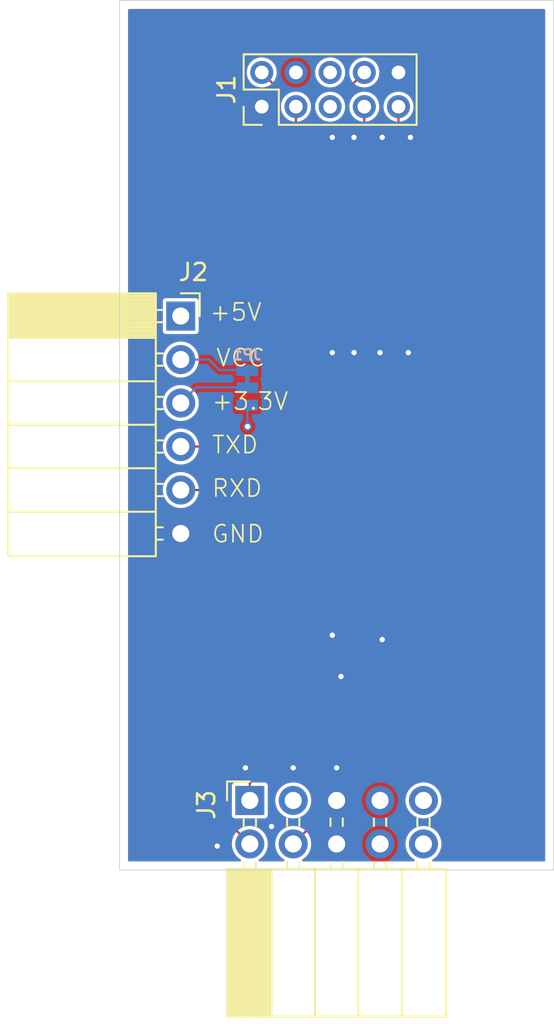
<source format=kicad_pcb>
(kicad_pcb (version 20240108) (generator "pcbnew") (generator_version "8.0")
  (layers (0 "F.Cu" signal) (31 "B.Cu" signal) (34 "B.Paste" user) (35 "F.Paste" user) (36 "B.SilkS" user "B.Silkscreen") (37 "F.SilkS" user "F.Silkscreen") (38 "B.Mask" user) (39 "F.Mask" user) (44 "Edge.Cuts" user))
  (net 0 "")
  (net 1 "/I2C2_SCL{slash}UART3_TX")
  (net 2 "GND")
  (net 3 "/SWDIO")
  (net 4 "/I2C2_SDA{slash}UART3_RX")
  (net 5 "/SWCLK")
  (net 6 "/MCU_SW_+3.3V")
  (net 7 "+3.3V")
  (net 8 "/RST")
  (net 9 "/+U_BATTERY")
  (net 11 "Net-(J2-Pin_2)")
  (net 12 "Net-(J2-Pin_3)")
  (footprint "Connector_PinSocket_2.54mm:PinSocket_1x06_P2.54mm_Horizontal" (layer "F.Cu") (at 79.781 69.24)
    (property "Reference" "J2" (at 0.737 -2.565 0) (layer "F.SilkS"))
    (property "Value" "Conn_01x06")
    (fp_line (start -10.09 -1.33) (end -10.09 14.03) (stroke (width 0.12)) (layer "F.SilkS"))
    (fp_line (start -10.09 -1.33) (end -1.46 -1.33) (stroke (width 0.12)) (layer "F.SilkS"))
    (fp_line (start -10.09 -1.21) (end -1.46 -1.21) (stroke (width 0.12)) (layer "F.SilkS"))
    (fp_line (start -10.09 -1.091905) (end -1.46 -1.091905) (stroke (width 0.12)) (layer "F.SilkS"))
    (fp_line (start -10.09 -0.97381) (end -1.46 -0.97381) (stroke (width 0.12)) (layer "F.SilkS"))
    (fp_line (start -10.09 -0.855715) (end -1.46 -0.855715) (stroke (width 0.12)) (layer "F.SilkS"))
    (fp_line (start -10.09 -0.73762) (end -1.46 -0.73762) (stroke (width 0.12)) (layer "F.SilkS"))
    (fp_line (start -10.09 -0.619525) (end -1.46 -0.619525) (stroke (width 0.12)) (layer "F.SilkS"))
    (fp_line (start -10.09 -0.50143) (end -1.46 -0.50143) (stroke (width 0.12)) (layer "F.SilkS"))
    (fp_line (start -10.09 -0.383335) (end -1.46 -0.383335) (stroke (width 0.12)) (layer "F.SilkS"))
    (fp_line (start -10.09 -0.26524) (end -1.46 -0.26524) (stroke (width 0.12)) (layer "F.SilkS"))
    (fp_line (start -10.09 -0.147145) (end -1.46 -0.147145) (stroke (width 0.12)) (layer "F.SilkS"))
    (fp_line (start -10.09 -0.02905) (end -1.46 -0.02905) (stroke (width 0.12)) (layer "F.SilkS"))
    (fp_line (start -10.09 0.089045) (end -1.46 0.089045) (stroke (width 0.12)) (layer "F.SilkS"))
    (fp_line (start -10.09 0.20714) (end -1.46 0.20714) (stroke (width 0.12)) (layer "F.SilkS"))
    (fp_line (start -10.09 0.325235) (end -1.46 0.325235) (stroke (width 0.12)) (layer "F.SilkS"))
    (fp_line (start -10.09 0.44333) (end -1.46 0.44333) (stroke (width 0.12)) (layer "F.SilkS"))
    (fp_line (start -10.09 0.561425) (end -1.46 0.561425) (stroke (width 0.12)) (layer "F.SilkS"))
    (fp_line (start -10.09 0.67952) (end -1.46 0.67952) (stroke (width 0.12)) (layer "F.SilkS"))
    (fp_line (start -10.09 0.797615) (end -1.46 0.797615) (stroke (width 0.12)) (layer "F.SilkS"))
    (fp_line (start -10.09 0.91571) (end -1.46 0.91571) (stroke (width 0.12)) (layer "F.SilkS"))
    (fp_line (start -10.09 1.033805) (end -1.46 1.033805) (stroke (width 0.12)) (layer "F.SilkS"))
    (fp_line (start -10.09 1.1519) (end -1.46 1.1519) (stroke (width 0.12)) (layer "F.SilkS"))
    (fp_line (start -10.09 1.27) (end -1.46 1.27) (stroke (width 0.12)) (layer "F.SilkS"))
    (fp_line (start -10.09 3.81) (end -1.46 3.81) (stroke (width 0.12)) (layer "F.SilkS"))
    (fp_line (start -10.09 6.35) (end -1.46 6.35) (stroke (width 0.12)) (layer "F.SilkS"))
    (fp_line (start -10.09 8.89) (end -1.46 8.89) (stroke (width 0.12)) (layer "F.SilkS"))
    (fp_line (start -10.09 11.43) (end -1.46 11.43) (stroke (width 0.12)) (layer "F.SilkS"))
    (fp_line (start -10.09 14.03) (end -1.46 14.03) (stroke (width 0.12)) (layer "F.SilkS"))
    (fp_line (start -1.46 -1.33) (end -1.46 14.03) (stroke (width 0.12)) (layer "F.SilkS"))
    (fp_line (start -1.46 -0.36) (end -1.11 -0.36) (stroke (width 0.12)) (layer "F.SilkS"))
    (fp_line (start -1.46 0.36) (end -1.11 0.36) (stroke (width 0.12)) (layer "F.SilkS"))
    (fp_line (start -1.46 2.18) (end -1.05 2.18) (stroke (width 0.12)) (layer "F.SilkS"))
    (fp_line (start -1.46 2.9) (end -1.05 2.9) (stroke (width 0.12)) (layer "F.SilkS"))
    (fp_line (start -1.46 4.72) (end -1.05 4.72) (stroke (width 0.12)) (layer "F.SilkS"))
    (fp_line (start -1.46 5.44) (end -1.05 5.44) (stroke (width 0.12)) (layer "F.SilkS"))
    (fp_line (start -1.46 7.26) (end -1.05 7.26) (stroke (width 0.12)) (layer "F.SilkS"))
    (fp_line (start -1.46 7.98) (end -1.05 7.98) (stroke (width 0.12)) (layer "F.SilkS"))
    (fp_line (start -1.46 9.8) (end -1.05 9.8) (stroke (width 0.12)) (layer "F.SilkS"))
    (fp_line (start -1.46 10.52) (end -1.05 10.52) (stroke (width 0.12)) (layer "F.SilkS"))
    (fp_line (start -1.46 12.34) (end -1.05 12.34) (stroke (width 0.12)) (layer "F.SilkS"))
    (fp_line (start -1.46 13.06) (end -1.05 13.06) (stroke (width 0.12)) (layer "F.SilkS"))
    (fp_line (start 0 -1.33) (end 1.11 -1.33) (stroke (width 0.12)) (layer "F.SilkS"))
    (fp_line (start 1.11 -1.33) (end 1.11 0) (stroke (width 0.12)) (layer "F.SilkS"))
    (pad "1" thru_hole rect (at 0 0) (size 1.7 1.7) (drill 1) (layers "*.Cu" "*.Mask"))
    (pad "2" thru_hole oval (at 0 2.54) (size 1.7 1.7) (drill 1) (layers "*.Cu" "*.Mask") (net 11 "Net-(J2-Pin_2)"))
    (pad "3" thru_hole oval (at 0 5.08) (size 1.7 1.7) (drill 1) (layers "*.Cu" "*.Mask") (net 12 "Net-(J2-Pin_3)"))
    (pad "4" thru_hole oval (at 0 7.62) (size 1.7 1.7) (drill 1) (layers "*.Cu" "*.Mask") (net 4 "/I2C2_SDA{slash}UART3_RX"))
    (pad "5" thru_hole oval (at 0 10.16) (size 1.7 1.7) (drill 1) (layers "*.Cu" "*.Mask") (net 1 "/I2C2_SCL{slash}UART3_TX"))
    (pad "6" thru_hole oval (at 0 12.7) (size 1.7 1.7) (drill 1) (layers "*.Cu" "*.Mask") (net 2 "GND"))
  )
  (footprint "Connector_PinHeader_2.00mm:PinHeader_2x05_P2.00mm_Vertical" (layer "F.Cu") (at 84.519 57.007 90)
    (property "Reference" "J1" (at 1 -2.06 -90) (layer "F.SilkS"))
    (property "Value" "RS41_CONN")
    (fp_line (start 3.06 -1.06) (end 3.06 9.06) (stroke (width 0.12)) (layer "F.SilkS"))
    (fp_line (start 1 -1.06) (end 3.06 -1.06) (stroke (width 0.12)) (layer "F.SilkS"))
    (fp_line (start -1.06 -1.06) (end 0 -1.06) (stroke (width 0.12)) (layer "F.SilkS"))
    (fp_line (start -1.06 0) (end -1.06 -1.06) (stroke (width 0.12)) (layer "F.SilkS"))
    (fp_line (start 1 1) (end 1 -1.06) (stroke (width 0.12)) (layer "F.SilkS"))
    (fp_line (start -1.06 1) (end 1 1) (stroke (width 0.12)) (layer "F.SilkS"))
    (fp_line (start -1.06 1) (end -1.06 9.06) (stroke (width 0.12)) (layer "F.SilkS"))
    (fp_line (start -1.06 9.06) (end 3.06 9.06) (stroke (width 0.12)) (layer "F.SilkS"))
    (pad "1" thru_hole rect (at 0 0 90) (size 1.35 1.35) (drill 0.8) (layers "*.Cu" "*.Mask") (net 2 "GND"))
    (pad "2" thru_hole oval (at 2 0 90) (size 1.35 1.35) (drill 0.8) (layers "*.Cu" "*.Mask") (net 4 "/I2C2_SDA{slash}UART3_RX"))
    (pad "3" thru_hole oval (at 0 2 90) (size 1.35 1.35) (drill 0.8) (layers "*.Cu" "*.Mask") (net 1 "/I2C2_SCL{slash}UART3_TX"))
    (pad "4" thru_hole oval (at 2 2 90) (size 1.35 1.35) (drill 0.8) (layers "*.Cu" "*.Mask") (net 7 "+3.3V"))
    (pad "5" thru_hole oval (at 0 4 90) (size 1.35 1.35) (drill 0.8) (layers "*.Cu" "*.Mask") (net 6 "/MCU_SW_+3.3V"))
    (pad "6" thru_hole oval (at 2 4 90) (size 1.35 1.35) (drill 0.8) (layers "*.Cu" "*.Mask") (net 9 "/+U_BATTERY"))
    (pad "7" thru_hole oval (at 0 6 90) (size 1.35 1.35) (drill 0.8) (layers "*.Cu" "*.Mask") (net 8 "/RST"))
    (pad "8" thru_hole oval (at 2 6 90) (size 1.35 1.35) (drill 0.8) (layers "*.Cu" "*.Mask") (net 5 "/SWCLK"))
    (pad "9" thru_hole oval (at 0 8 90) (size 1.35 1.35) (drill 0.8) (layers "*.Cu" "*.Mask") (net 3 "/SWDIO"))
    (pad "10" thru_hole oval (at 2 8 90) (size 1.35 1.35) (drill 0.8) (layers "*.Cu" "*.Mask") (net 2 "GND"))
  )
  (footprint "Connector_PinSocket_2.54mm:PinSocket_2x05_P2.54mm_Horizontal" (layer "F.Cu") (at 83.82 97.536 90)
    (property "Reference" "J3" (at -0.254 -2.54 -90) (layer "F.SilkS"))
    (property "Value" "to programmer")
    (fp_line (start 1.11 -1.33) (end 1.11 0) (stroke (width 0.12)) (layer "F.SilkS"))
    (fp_line (start 0 -1.33) (end 1.11 -1.33) (stroke (width 0.12)) (layer "F.SilkS"))
    (fp_line (start -4 -1.33) (end -4 11.49) (stroke (width 0.12)) (layer "F.SilkS"))
    (fp_line (start -12.63 -1.33) (end -4 -1.33) (stroke (width 0.12)) (layer "F.SilkS"))
    (fp_line (start -12.63 -1.33) (end -12.63 11.49) (stroke (width 0.12)) (layer "F.SilkS"))
    (fp_line (start -12.63 -1.21) (end -4 -1.21) (stroke (width 0.12)) (layer "F.SilkS"))
    (fp_line (start -12.63 -1.091905) (end -4 -1.091905) (stroke (width 0.12)) (layer "F.SilkS"))
    (fp_line (start -12.63 -0.97381) (end -4 -0.97381) (stroke (width 0.12)) (layer "F.SilkS"))
    (fp_line (start -12.63 -0.855715) (end -4 -0.855715) (stroke (width 0.12)) (layer "F.SilkS"))
    (fp_line (start -12.63 -0.73762) (end -4 -0.73762) (stroke (width 0.12)) (layer "F.SilkS"))
    (fp_line (start -12.63 -0.619525) (end -4 -0.619525) (stroke (width 0.12)) (layer "F.SilkS"))
    (fp_line (start -12.63 -0.50143) (end -4 -0.50143) (stroke (width 0.12)) (layer "F.SilkS"))
    (fp_line (start -12.63 -0.383335) (end -4 -0.383335) (stroke (width 0.12)) (layer "F.SilkS"))
    (fp_line (start -1.49 -0.36) (end -1.11 -0.36) (stroke (width 0.12)) (layer "F.SilkS"))
    (fp_line (start -4 -0.36) (end -3.59 -0.36) (stroke (width 0.12)) (layer "F.SilkS"))
    (fp_line (start -12.63 -0.26524) (end -4 -0.26524) (stroke (width 0.12)) (layer "F.SilkS"))
    (fp_line (start -12.63 -0.147145) (end -4 -0.147145) (stroke (width 0.12)) (layer "F.SilkS"))
    (fp_line (start -12.63 -0.02905) (end -4 -0.02905) (stroke (width 0.12)) (layer "F.SilkS"))
    (fp_line (start -12.63 0.089045) (end -4 0.089045) (stroke (width 0.12)) (layer "F.SilkS"))
    (fp_line (start -12.63 0.20714) (end -4 0.20714) (stroke (width 0.12)) (layer "F.SilkS"))
    (fp_line (start -12.63 0.325235) (end -4 0.325235) (stroke (width 0.12)) (layer "F.SilkS"))
    (fp_line (start -1.49 0.36) (end -1.11 0.36) (stroke (width 0.12)) (layer "F.SilkS"))
    (fp_line (start -4 0.36) (end -3.59 0.36) (stroke (width 0.12)) (layer "F.SilkS"))
    (fp_line (start -12.63 0.44333) (end -4 0.44333) (stroke (width 0.12)) (layer "F.SilkS"))
    (fp_line (start -12.63 0.561425) (end -4 0.561425) (stroke (width 0.12)) (layer "F.SilkS"))
    (fp_line (start -12.63 0.67952) (end -4 0.67952) (stroke (width 0.12)) (layer "F.SilkS"))
    (fp_line (start -12.63 0.797615) (end -4 0.797615) (stroke (width 0.12)) (layer "F.SilkS"))
    (fp_line (start -12.63 0.91571) (end -4 0.91571) (stroke (width 0.12)) (layer "F.SilkS"))
    (fp_line (start -12.63 1.033805) (end -4 1.033805) (stroke (width 0.12)) (layer "F.SilkS"))
    (fp_line (start -12.63 1.1519) (end -4 1.1519) (stroke (width 0.12)) (layer "F.SilkS"))
    (fp_line (start -12.63 1.27) (end -4 1.27) (stroke (width 0.12)) (layer "F.SilkS"))
    (fp_line (start -1.49 2.18) (end -1.05 2.18) (stroke (width 0.12)) (layer "F.SilkS"))
    (fp_line (start -4 2.18) (end -3.59 2.18) (stroke (width 0.12)) (layer "F.SilkS"))
    (fp_line (start -1.49 2.9) (end -1.05 2.9) (stroke (width 0.12)) (layer "F.SilkS"))
    (fp_line (start -4 2.9) (end -3.59 2.9) (stroke (width 0.12)) (layer "F.SilkS"))
    (fp_line (start -12.63 3.81) (end -4 3.81) (stroke (width 0.12)) (layer "F.SilkS"))
    (fp_line (start -1.49 4.72) (end -1.05 4.72) (stroke (width 0.12)) (layer "F.SilkS"))
    (fp_line (start -4 4.72) (end -3.59 4.72) (stroke (width 0.12)) (layer "F.SilkS"))
    (fp_line (start -1.49 5.44) (end -1.05 5.44) (stroke (width 0.12)) (layer "F.SilkS"))
    (fp_line (start -4 5.44) (end -3.59 5.44) (stroke (width 0.12)) (layer "F.SilkS"))
    (fp_line (start -12.63 6.35) (end -4 6.35) (stroke (width 0.12)) (layer "F.SilkS"))
    (fp_line (start -1.49 7.26) (end -1.05 7.26) (stroke (width 0.12)) (layer "F.SilkS"))
    (fp_line (start -4 7.26) (end -3.59 7.26) (stroke (width 0.12)) (layer "F.SilkS"))
    (fp_line (start -1.49 7.98) (end -1.05 7.98) (stroke (width 0.12)) (layer "F.SilkS"))
    (fp_line (start -4 7.98) (end -3.59 7.98) (stroke (width 0.12)) (layer "F.SilkS"))
    (fp_line (start -12.63 8.89) (end -4 8.89) (stroke (width 0.12)) (layer "F.SilkS"))
    (fp_line (start -1.49 9.8) (end -1.05 9.8) (stroke (width 0.12)) (layer "F.SilkS"))
    (fp_line (start -4 9.8) (end -3.59 9.8) (stroke (width 0.12)) (layer "F.SilkS"))
    (fp_line (start -1.49 10.52) (end -1.05 10.52) (stroke (width 0.12)) (layer "F.SilkS"))
    (fp_line (start -4 10.52) (end -3.59 10.52) (stroke (width 0.12)) (layer "F.SilkS"))
    (fp_line (start -12.63 11.49) (end -4 11.49) (stroke (width 0.12)) (layer "F.SilkS"))
    (pad "1" thru_hole rect (at 0 0 90) (size 1.7 1.7) (drill 1) (layers "*.Cu" "*.Mask") (net 8 "/RST"))
    (pad "2" thru_hole oval (at -2.54 0 90) (size 1.7 1.7) (drill 1) (layers "*.Cu" "*.Mask") (net 5 "/SWCLK"))
    (pad "3" thru_hole oval (at 0 2.54 90) (size 1.7 1.7) (drill 1) (layers "*.Cu" "*.Mask"))
    (pad "4" thru_hole oval (at -2.54 2.54 90) (size 1.7 1.7) (drill 1) (layers "*.Cu" "*.Mask") (net 3 "/SWDIO"))
    (pad "5" thru_hole oval (at 0 5.08 90) (size 1.7 1.7) (drill 1) (layers "*.Cu" "*.Mask") (net 2 "GND"))
    (pad "6" thru_hole oval (at -2.54 5.08 90) (size 1.7 1.7) (drill 1) (layers "*.Cu" "*.Mask") (net 2 "GND"))
    (pad "7" thru_hole oval (at 0 7.62 90) (size 1.7 1.7) (drill 1) (layers "*.Cu" "*.Mask") (net 7 "+3.3V"))
    (pad "8" thru_hole oval (at -2.54 7.62 90) (size 1.7 1.7) (drill 1) (layers "*.Cu" "*.Mask") (net 7 "+3.3V"))
    (pad "9" thru_hole oval (at 0 10.16 90) (size 1.7 1.7) (drill 1) (layers "*.Cu" "*.Mask"))
    (pad "10" thru_hole oval (at -2.54 10.16 90) (size 1.7 1.7) (drill 1) (layers "*.Cu" "*.Mask"))
  )
  (footprint "SparkFun-Jumpers:SMT-JUMPER_3_1-NC_TRACE_NO-SILK" (layer "B.Cu") (at 83.6676 73.4314 90)
    (property "Reference" "JP1" (at 1.9304 -0.0254 0) (layer "B.SilkS") (effects (font (size 0.6096 0.6096) (thickness 0.127)) (justify mirror)))
    (property "Value" "JUMPER-SMT_3_1-NC" (hide yes))
    (fp_line (start 1.016 0) (end 0 0) (stroke (width 0.254)) (layer "B.Cu"))
    (pad "1" smd rect (at -1.016 0 90) (size 0.635 1.27) (layers "B.Cu" "B.Mask") (net 7 "+3.3V"))
    (pad "2" smd rect (at 0 0 90) (size 0.635 1.27) (layers "B.Cu" "B.Mask") (net 12 "Net-(J2-Pin_3)"))
    (pad "3" smd rect (at 1.016 0 90) (size 0.635 1.27) (layers "B.Cu" "B.Mask") (net 11 "Net-(J2-Pin_2)"))
  )
  (gr_rect (start 76.2 50.8) (end 101.6 101.6) (stroke (width 0.05)) (fill none) (layer "Edge.Cuts"))
  (gr_text "VCC" (at 81.788 72.263 0) (layer "F.SilkS") (effects (font (size 1 1) (thickness 0.1)) (justify left bottom)))
  (gr_text "+5V" (at 81.407 69.596 0) (layer "F.SilkS") (effects (font (size 1 1) (thickness 0.1)) (justify left bottom)))
  (gr_text "RXD" (at 81.534 79.883 0) (layer "F.SilkS") (effects (font (size 1 1) (thickness 0.1)) (justify left bottom)))
  (gr_text "+3.3V" (at 81.534 74.803 0) (layer "F.SilkS") (effects (font (size 1 1) (thickness 0.1)) (justify left bottom)))
  (gr_text "TXD" (at 81.534 77.343 0) (layer "F.SilkS") (effects (font (size 1 1) (thickness 0.1)) (justify left bottom)))
  (gr_text "GND" (at 81.534 82.55 0) (layer "F.SilkS") (effects (font (size 1 1) (thickness 0.1)) (justify left bottom)))
  (segment (start 83.287 79.4) (end 86.519 76.168) (width 0.12954) (layer "F.Cu") (net 1))
  (segment (start 86.519 76.168) (end 86.519 57.007) (width 0.12954) (layer "F.Cu") (net 1))
  (segment (start 79.781 79.4) (end 83.287 79.4) (width 0.12954) (layer "F.Cu") (net 1))
  (via (at 89.916 71.374) (size 0.6) (drill 0.31) (layers "F.Cu" "B.Cu") (net 2))
  (via (at 88.646 87.884) (size 0.6) (drill 0.31) (layers "F.Cu" "B.Cu") (net 2))
  (via (at 93.218 58.801) (size 0.6) (drill 0.31) (layers "F.Cu" "B.Cu") (net 2))
  (via (at 83.566 95.631) (size 0.6) (drill 0.31) (layers "F.Cu" "B.Cu") (net 2))
  (via (at 89.916 58.801) (size 0.6) (drill 0.31) (layers "F.Cu" "B.Cu") (net 2))
  (via (at 91.567 88.138) (size 0.6) (drill 0.31) (layers "F.Cu" "B.Cu") (net 2))
  (via (at 91.44 71.374) (size 0.6) (drill 0.31) (layers "F.Cu" "B.Cu") (net 2))
  (via (at 88.646 58.801) (size 0.6) (drill 0.31) (layers "F.Cu" "B.Cu") (net 2))
  (via (at 89.154 90.297) (size 0.6) (drill 0.31) (layers "F.Cu" "B.Cu") (net 2))
  (via (at 91.567 58.801) (size 0.6) (drill 0.31) (layers "F.Cu" "B.Cu") (net 2))
  (via (at 88.646 71.374) (size 0.6) (drill 0.31) (layers "F.Cu" "B.Cu") (net 2))
  (via (at 93.091 71.374) (size 0.6) (drill 0.31) (layers "F.Cu" "B.Cu") (net 2))
  (via (at 81.915 100.203) (size 0.6) (drill 0.31) (layers "F.Cu" "B.Cu") (net 2))
  (via (at 85.09 99.06) (size 0.6) (drill 0.31) (layers "F.Cu" "B.Cu") (net 2))
  (via (at 88.9 95.631) (size 0.6) (drill 0.31) (layers "F.Cu" "B.Cu") (net 2))
  (via (at 86.36 95.631) (size 0.6) (drill 0.31) (layers "F.Cu" "B.Cu") (net 2))
  (segment (start 87.63 98.806) (end 87.63 94.488) (width 0.12954) (layer "F.Cu") (net 3))
  (segment (start 86.36 100.076) (end 87.63 98.806) (width 0.12954) (layer "F.Cu") (net 3))
  (segment (start 87.63 94.488) (end 92.519 89.599) (width 0.12954) (layer "F.Cu") (net 3))
  (segment (start 92.519 89.599) (end 92.519 57.007) (width 0.12954) (layer "F.Cu") (net 3))
  (segment (start 85.57923 56.06723) (end 84.519 55.007) (width 0.12954) (layer "F.Cu") (net 4))
  (segment (start 85.725 76.2) (end 85.725 58.166) (width 0.12954) (layer "F.Cu") (net 4))
  (segment (start 85.57923 58.02023) (end 85.57923 56.06723) (width 0.12954) (layer "F.Cu") (net 4))
  (segment (start 85.065 76.86) (end 85.725 76.2) (width 0.12954) (layer "F.Cu") (net 4))
  (segment (start 85.725 58.166) (end 85.57923 58.02023) (width 0.12954) (layer "F.Cu") (net 4))
  (segment (start 79.781 76.86) (end 85.065 76.86) (width 0.12954) (layer "F.Cu") (net 4))
  (segment (start 81.915 96.012) (end 89.33777 88.58923) (width 0.12954) (layer "F.Cu") (net 5))
  (segment (start 89.281 87.593294) (end 89.281 58.00046) (width 0.12954) (layer "F.Cu") (net 5))
  (segment (start 83.82 100.076) (end 81.915 98.171) (width 0.12954) (layer "F.Cu") (net 5))
  (segment (start 89.57923 57.70223) (end 89.57923 55.94677) (width 0.12954) (layer "F.Cu") (net 5))
  (segment (start 89.57923 55.94677) (end 90.519 55.007) (width 0.12954) (layer "F.Cu") (net 5))
  (segment (start 89.33777 87.650064) (end 89.281 87.593294) (width 0.12954) (layer "F.Cu") (net 5))
  (segment (start 89.33777 88.58923) (end 89.33777 87.650064) (width 0.12954) (layer "F.Cu") (net 5))
  (segment (start 81.915 98.171) (end 81.915 96.012) (width 0.12954) (layer "F.Cu") (net 5))
  (segment (start 89.281 58.00046) (end 89.57923 57.70223) (width 0.12954) (layer "F.Cu") (net 5))
  (via (at 83.693 75.692) (size 0.51) (drill 0.31) (layers "F.Cu" "B.Cu") (net 7))
  (segment (start 83.6676 74.4474) (end 83.693 75.692) (width 0.12954) (layer "B.Cu") (net 7))
  (segment (start 83.693 75.692) (end 83.6676 75.6666) (width 0.12954) (layer "B.Cu") (net 7))
  (segment (start 90.519 89.821) (end 90.519 57.007) (width 0.12954) (layer "F.Cu") (net 8))
  (segment (start 83.82 97.536) (end 83.82 96.52) (width 0.12954) (layer "F.Cu") (net 8))
  (segment (start 83.82 96.52) (end 90.519 89.821) (width 0.12954) (layer "F.Cu") (net 8))
  (segment (start 79.781 71.78) (end 81.432 71.78) (width 0.12954) (layer "B.Cu") (net 11))
  (segment (start 82.042 72.39) (end 83.138954 72.39) (width 0.12954) (layer "B.Cu") (net 11))
  (segment (start 81.432 71.78) (end 82.042 72.39) (width 0.12954) (layer "B.Cu") (net 11))
  (segment (start 79.781 74.32) (end 80.695 73.406) (width 0.12954) (layer "B.Cu") (net 12))
  (segment (start 80.695 73.406) (end 83.27583 73.406) (width 0.12954) (layer "B.Cu") (net 12))
  (zone (net 2) (net_name "GND") (layer "F.Cu") (priority 3) (connect_pads yes (clearance 0.13208)) (min_thickness 0.13208) (fill yes (thermal_gap 0.5) (thermal_bridge_width 0.5))
    (polygon (pts (xy 89.535 53.975) (xy 89.535 55.499) (xy 89.281 55.88) (xy 88.138 58.039) (xy 88.392 87.122) (xy 80.645 95.377) (xy 80.645 101.6) (xy 90.043 101.6) (xy 90.043 93.98) (xy 93.345 90.551) (xy 93.472 53.975)))
  )
  (zone (net 7) (net_name "+3.3V") (layer "F.Cu") (priority 1) (connect_pads yes (clearance 0.13208)) (min_thickness 0.13208) (fill yes (thermal_gap 0.508) (thermal_bridge_width 1.016))
    (polygon (pts (xy 76.2 101.6) (xy 101.6 101.6) (xy 101.6 50.8) (xy 76.2 50.8)))
  )
  (zone (net 2) (net_name "GND") (layer "B.Cu") (connect_pads yes (clearance 0.13208)) (min_thickness 0.13208) (fill yes (thermal_gap 0.5) (thermal_bridge_width 0.5))
    (polygon (pts (xy 76.2 50.8) (xy 76.2 101.6) (xy 101.6 101.6) (xy 101.6 50.8)))
  )
)
</source>
